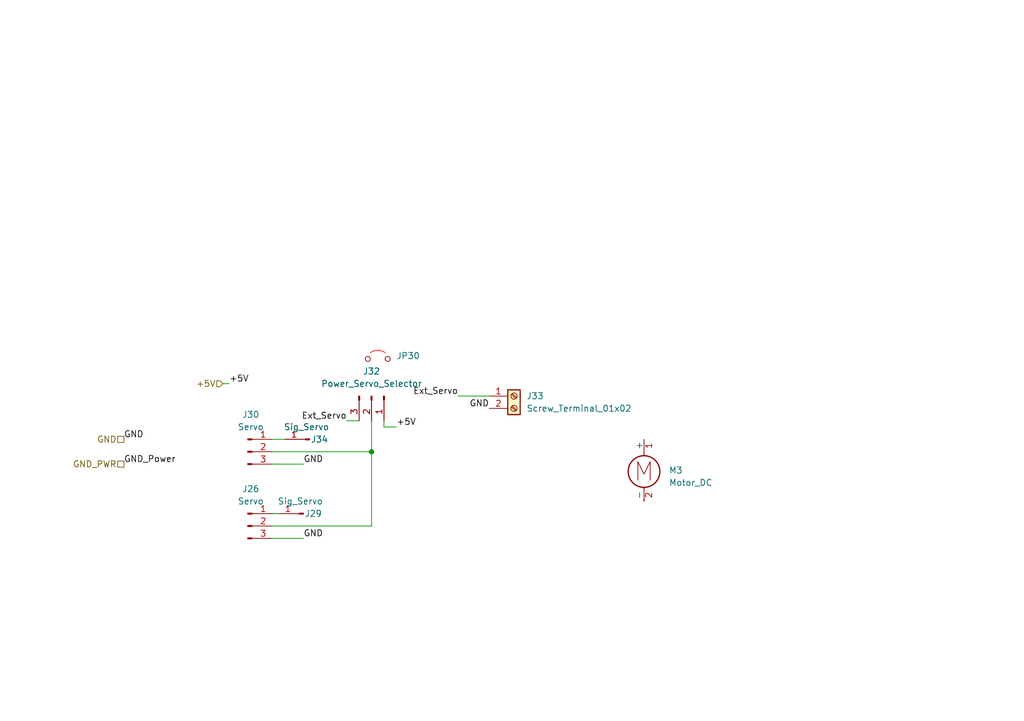
<source format=kicad_sch>
(kicad_sch (version 20231120) (generator "eeschema") (generator_version "8.0")
  (paper "A5")
  (title_block (title "Power") (date "2024-08-29") (rev "1.0") (company "Designed by CREPP-NLG"))
  (lib_symbols
    (symbol "CREPP_Jumpers:Jumper_2.54mm_red" (pin_numbers hide) (pin_names (offset 0) hide) (exclude_from_sim yes)
      (property "Reference" "JP" (at 0 2.794 0))
      (symbol "Jumper_2.54mm_red_0_0"
        (circle (center -2.032 0) (radius 0.508))
        (circle (center 2.032 0) (radius 0.508))
      )
      (symbol "Jumper_2.54mm_red_1_1"
        (arc (start 1.524 1.27) (mid 0 1.778) (end -1.524 1.27) (stroke (width 0) (color 255 0 0 1)))
      )
    )
    (symbol "Connector:Conn_01x01_Pin" (pin_names (offset 1.016) hide)
      (property "Reference" "J" (at 0 2.54 0))
      (property "Value" "Conn_01x01_Pin" (at 0 -2.54 0))
      (symbol "Conn_01x01_Pin_1_1"
        (polyline (pts (xy 1.27 0) (xy 0.8636 0)) (stroke (width 0.1524)))
        (rectangle (start 0.8636 0.127) (end 0 -0.127) (stroke (width 0.1524)) (fill (type outline)))
        (pin passive line (at 5.08 0 180) (length 3.81) (name "Pin_1") (number "1"))
      )
    )
    (symbol "Connector:Conn_01x03_Pin" (pin_names (offset 1.016) hide)
      (property "Reference" "J" (at 0 5.08 0))
      (property "Value" "Conn_01x03_Pin" (at 0 -5.08 0))
      (symbol "Conn_01x03_Pin_1_1"
        (polyline (pts (xy 1.27 -2.54) (xy 0.8636 -2.54)) (stroke (width 0.1524)))
        (polyline (pts (xy 1.27 0) (xy 0.8636 0)) (stroke (width 0.1524)))
        (polyline (pts (xy 1.27 2.54) (xy 0.8636 2.54)) (stroke (width 0.1524)))
        (rectangle (start 0.8636 -2.413) (end 0 -2.667) (stroke (width 0.1524)) (fill (type outline)))
        (rectangle (start 0.8636 0.127) (end 0 -0.127) (stroke (width 0.1524)) (fill (type outline)))
        (rectangle (start 0.8636 2.667) (end 0 2.413) (stroke (width 0.1524)) (fill (type outline)))
        (pin passive line (at 5.08 2.54 180) (length 3.81) (name "Pin_1") (number "1"))
        (pin passive line (at 5.08 0 180) (length 3.81) (name "Pin_2") (number "2"))
        (pin passive line (at 5.08 -2.54 180) (length 3.81) (name "Pin_3") (number "3"))
      )
    )
    (symbol "Connector:Screw_Terminal_01x02" (pin_names (offset 1.016) hide)
      (property "Reference" "J" (at 0 2.54 0))
      (property "Value" "Screw_Terminal_01x02" (at 0 -5.08 0))
      (symbol "Screw_Terminal_01x02_1_1"
        (rectangle (start -1.27 1.27) (end 1.27 -3.81) (stroke (width 0.254)) (fill (type background)))
        (circle (center 0 -2.54) (radius 0.635) (stroke (width 0.1524)))
        (polyline (pts (xy -0.5334 -2.2098) (xy 0.3302 -3.048)) (stroke (width 0.1524)))
        (polyline (pts (xy -0.5334 0.3302) (xy 0.3302 -0.508)) (stroke (width 0.1524)))
        (polyline (pts (xy -0.3556 -2.032) (xy 0.508 -2.8702)) (stroke (width 0.1524)))
        (polyline (pts (xy -0.3556 0.508) (xy 0.508 -0.3302)) (stroke (width 0.1524)))
        (circle (center 0 0) (radius 0.635) (stroke (width 0.1524)))
        (pin passive line (at -5.08 0 0) (length 3.81) (name "Pin_1") (number "1"))
        (pin passive line (at -5.08 -2.54 0) (length 3.81) (name "Pin_2") (number "2"))
      )
    )
    (symbol "Motor:Motor_DC" (pin_names (offset 0))
      (property "Reference" "M" (at 2.54 2.54 0))
      (property "Value" "Motor_DC" (at 2.54 -5.08 0))
      (symbol "Motor_DC_0_0"
        (polyline (pts (xy -1.27 -3.302) (xy -1.27 0.508) (xy 0 -2.032) (xy 1.27 0.508) (xy 1.27 -3.302)))
      )
      (symbol "Motor_DC_0_1"
        (circle (center 0 -1.524) (radius 3.2512) (stroke (width 0.254)))
        (polyline (pts (xy 0 -7.62) (xy 0 -7.112)))
        (polyline (pts (xy 0 -4.7752) (xy 0 -5.1816)))
        (polyline (pts (xy 0 1.7272) (xy 0 2.0828)))
        (polyline (pts (xy 0 2.032) (xy 0 2.54)))
      )
      (symbol "Motor_DC_1_1"
        (pin passive line (at 0 5.08 270) (length 2.54) (name "+") (number "1"))
        (pin passive line (at 0 -7.62 90) (length 2.54) (name "-") (number "2"))
      )
    )
  )
  (junction (at 76.2 92.71))
  (wire (pts (xy 78.74 87.63) (xy 78.74 86.36)))
  (wire (pts (xy 55.88 105.41) (xy 57.15 105.41)))
  (wire (pts (xy 71.12 86.36) (xy 73.66 86.36)))
  (wire (pts (xy 45.72 78.74) (xy 46.99 78.74)))
  (wire (pts (xy 76.2 92.71) (xy 55.88 92.71)))
  (wire (pts (xy 55.88 110.49) (xy 62.23 110.49)))
  (wire (pts (xy 76.2 107.95) (xy 76.2 92.71)))
  (wire (pts (xy 55.88 95.25) (xy 62.23 95.25)))
  (wire (pts (xy 93.98 81.28) (xy 100.33 81.28)))
  (wire (pts (xy 76.2 86.36) (xy 76.2 92.71)))
  (wire (pts (xy 55.88 90.17) (xy 58.42 90.17)))
  (wire (pts (xy 55.88 107.95) (xy 76.2 107.95)))
  (wire (pts (xy 81.28 87.63) (xy 78.74 87.63)))
  (label "GND_Power" (at 25.4 95.25 0))
  (label "GND" (at 62.23 110.49 0))
  (label "Ext_Servo" (at 93.98 81.28 180))
  (label "+5V" (at 81.28 87.63 0))
  (label "+5V" (at 46.99 78.74 0))
  (label "GND" (at 25.4 90.17 0))
  (label "GND" (at 100.33 83.82 180))
  (label "GND" (at 62.23 95.25 0))
  (label "Ext_Servo" (at 71.12 86.36 180))
  (hierarchical_label "GND" (shape passive) (at 25.4 90.17 180))
  (hierarchical_label "+5V" (shape input) (at 45.72 78.74 180))
  (hierarchical_label "GND_PWR" (shape passive) (at 25.4 95.25 180))
  (symbol (lib_id "Connector:Conn_01x01_Pin") (at 63.5 90.17 180) (unit 1)
    (property "Reference" "J34" (at 65.532 90.17 0))
    (property "Value" "Sig_Servo" (at 62.865 87.63 0))
    (property "Footprint" "Connector_PinHeader_2.54mm:PinHeader_1x01_P2.54mm_Vertical" (effects (hide yes)))
    (property "Description" "Generic connector, single row, 01x01, script generated" (effects (hide yes)))
  )
  (symbol (lib_id "Motor:Motor_DC") (at 132.08 95.25 0) (unit 1)
    (property "Reference" "M3" (at 137.16 96.5199 0) (effects (justify left)))
    (property "Value" "Motor_DC" (at 137.16 99.0599 0) (effects (justify left)))
    (property "Footprint" "Connector_PinHeader_2.54mm:PinHeader_1x01_P2.54mm_Vertical" (effects (hide yes)))
    (property "Description" "DC Motor" (effects (hide yes)))
  )
  (symbol (lib_id "CREPP_Jumpers:Jumper_2.54mm_red") (at 77.47 73.66 0) (unit 1) (exclude_from_sim yes)
    (property "Reference" "JP30" (at 81.28 73.0249 0) (effects (justify left)))
    (property "Value" "Jumper_2.54mm_red" (effects (hide yes)))
    (property "Footprint" "CREPP_Jumpers:Jumper_2.54mm_red" (effects (hide yes)))
    (property "Description" "Jumper, 2-pole, open" (effects (hide yes)))
  )
  (symbol (lib_id "Connector:Conn_01x03_Pin") (at 50.8 107.95 0) (unit 1)
    (property "Reference" "J26" (at 51.435 100.33 0))
    (property "Value" "Servo" (at 51.435 102.87 0))
    (property "Footprint" "Connector_PinHeader_2.54mm:PinHeader_1x03_P2.54mm_Vertical" (effects (hide yes)))
    (property "Description" "Generic connector, single row, 01x03, script generated" (effects (hide yes)))
  )
  (symbol (lib_id "Connector:Conn_01x03_Pin") (at 50.8 92.71 0) (unit 1)
    (property "Reference" "J30" (at 51.435 85.09 0))
    (property "Value" "Servo" (at 51.435 87.63 0))
    (property "Footprint" "Connector_PinHeader_2.54mm:PinHeader_1x03_P2.54mm_Vertical" (effects (hide yes)))
    (property "Description" "Generic connector, single row, 01x03, script generated" (effects (hide yes)))
  )
  (symbol (lib_id "Connector:Screw_Terminal_01x02") (at 105.41 81.28 0) (unit 1)
    (property "Reference" "J33" (at 107.95 81.2799 0) (effects (justify left)))
    (property "Value" "Screw_Terminal_01x02" (at 107.95 83.8199 0) (effects (justify left)))
    (property "Footprint" "TerminalBlock_Phoenix:TerminalBlock_Phoenix_MKDS-3-2-5.08_1x02_P5.08mm_Horizontal" (effects (hide yes)))
    (property "Description" "Generic screw terminal, single row, 01x02, script generated (kicad-library-utils/schlib/autogen/connector/)" (effects (hide yes)))
  )
  (symbol (lib_id "Connector:Conn_01x01_Pin") (at 62.23 105.41 180) (unit 1)
    (property "Reference" "J29" (at 64.262 105.41 0))
    (property "Value" "Sig_Servo" (at 61.595 102.87 0))
    (property "Footprint" "Connector_PinHeader_2.54mm:PinHeader_1x01_P2.54mm_Vertical" (effects (hide yes)))
    (property "Description" "Generic connector, single row, 01x01, script generated" (effects (hide yes)))
  )
  (symbol (lib_id "Connector:Conn_01x03_Pin") (at 76.2 81.28 270) (unit 1)
    (property "Reference" "J32" (at 76.2 76.2 90))
    (property "Value" "Power_Servo_Selector" (at 76.2 78.74 90))
    (property "Footprint" "Connector_PinHeader_2.54mm:PinHeader_1x03_P2.54mm_Vertical" (effects (hide yes)))
    (property "Description" "Generic connector, single row, 01x03, script generated" (effects (hide yes)))
  )
)
</source>
